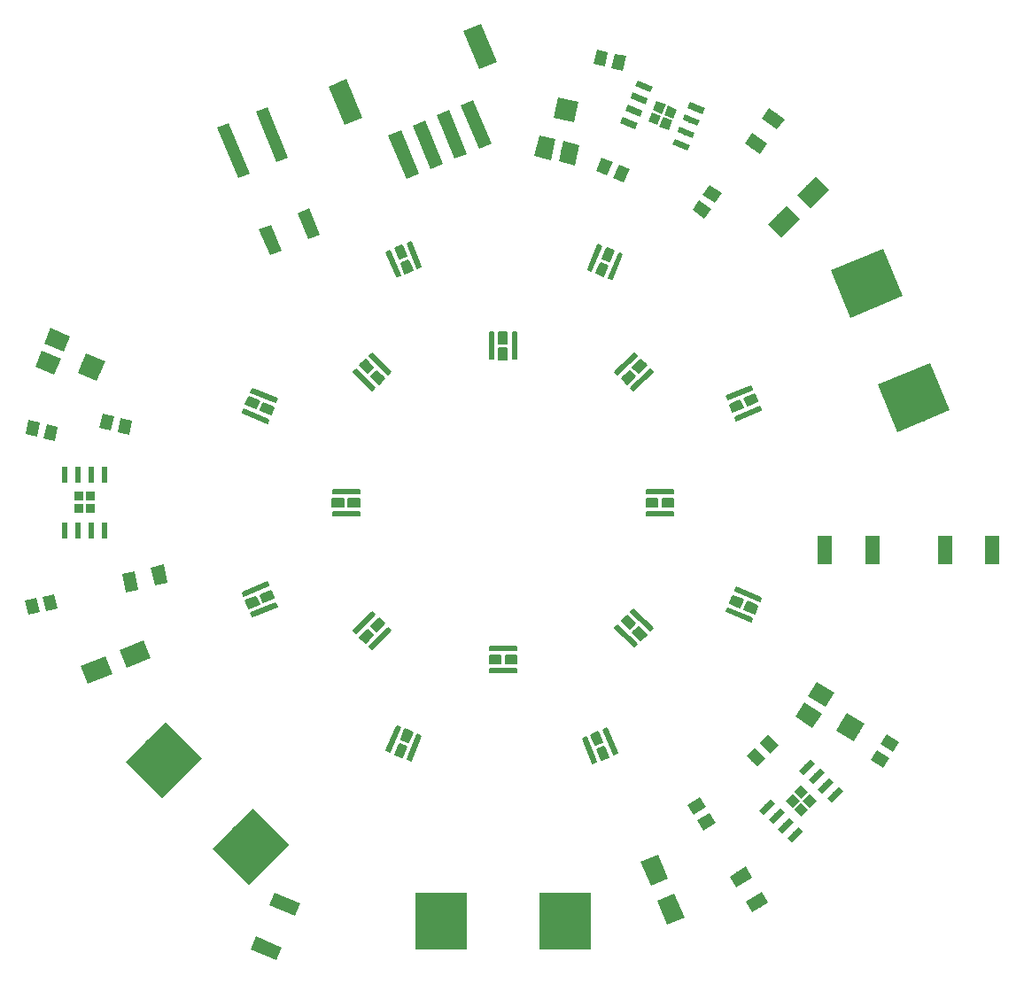
<source format=gbr>
G04 #@! TF.GenerationSoftware,KiCad,Pcbnew,(5.0.0-rc3-dev)*
G04 #@! TF.CreationDate,2018-07-06T19:52:13+00:00*
G04 #@! TF.ProjectId,Astroplant_LED,417374726F706C616E745F4C45442E6B,rev?*
G04 #@! TF.SameCoordinates,Original*
G04 #@! TF.FileFunction,Paste,Top*
G04 #@! TF.FilePolarity,Positive*
%FSLAX46Y46*%
G04 Gerber Fmt 4.6, Leading zero omitted, Abs format (unit mm)*
G04 Created by KiCad (PCBNEW (5.0.0-rc3-dev)) date Fri Jul  6 19:52:13 2018*
%MOMM*%
%LPD*%
G01*
G04 APERTURE LIST*
%ADD10C,0.150000*%
%ADD11C,1.600000*%
%ADD12C,0.100000*%
%ADD13C,2.000000*%
%ADD14C,0.600000*%
%ADD15C,0.950000*%
%ADD16R,0.600000X1.550000*%
%ADD17R,0.950000X0.950000*%
%ADD18C,1.120000*%
%ADD19C,4.900000*%
%ADD20C,1.800000*%
%ADD21C,1.220000*%
%ADD22R,4.900000X5.400000*%
%ADD23R,1.320000X2.700000*%
%ADD24C,1.320000*%
%ADD25C,1.300000*%
%ADD26C,1.200000*%
G04 APERTURE END LIST*
D10*
G04 #@! TO.C,D18*
G36*
X114285445Y-87482322D02*
X112482322Y-89285445D01*
X112234835Y-89037957D01*
X114037957Y-87234835D01*
X114285445Y-87482322D01*
G37*
X114285445Y-87482322D02*
X112482322Y-89285445D01*
X112234835Y-89037957D01*
X114037957Y-87234835D01*
X114285445Y-87482322D01*
G36*
X112765165Y-85962043D02*
X110962043Y-87765165D01*
X110714555Y-87517678D01*
X112517678Y-85714555D01*
X112765165Y-85962043D01*
G37*
X112765165Y-85962043D02*
X110962043Y-87765165D01*
X110714555Y-87517678D01*
X112517678Y-85714555D01*
X112765165Y-85962043D01*
G36*
X113684404Y-86845926D02*
X113154074Y-86315596D01*
X112393934Y-87075736D01*
X112924264Y-87606066D01*
X113684404Y-86845926D01*
G37*
X113684404Y-86845926D02*
X113154074Y-86315596D01*
X112393934Y-87075736D01*
X112924264Y-87606066D01*
X113684404Y-86845926D01*
G36*
X112606066Y-87924264D02*
X112075736Y-87393934D01*
X111315596Y-88154074D01*
X111845926Y-88684404D01*
X112606066Y-87924264D01*
G37*
X112606066Y-87924264D02*
X112075736Y-87393934D01*
X111315596Y-88154074D01*
X111845926Y-88684404D01*
X112606066Y-87924264D01*
G04 #@! TO.C,D19*
G36*
X112517678Y-113785445D02*
X110714555Y-111982322D01*
X110962043Y-111734835D01*
X112765165Y-113537957D01*
X112517678Y-113785445D01*
G37*
X112517678Y-113785445D02*
X110714555Y-111982322D01*
X110962043Y-111734835D01*
X112765165Y-113537957D01*
X112517678Y-113785445D01*
G36*
X114037957Y-112265165D02*
X112234835Y-110462043D01*
X112482322Y-110214555D01*
X114285445Y-112017678D01*
X114037957Y-112265165D01*
G37*
X114037957Y-112265165D02*
X112234835Y-110462043D01*
X112482322Y-110214555D01*
X114285445Y-112017678D01*
X114037957Y-112265165D01*
G36*
X113154074Y-113184404D02*
X113684404Y-112654074D01*
X112924264Y-111893934D01*
X112393934Y-112424264D01*
X113154074Y-113184404D01*
G37*
X113154074Y-113184404D02*
X113684404Y-112654074D01*
X112924264Y-111893934D01*
X112393934Y-112424264D01*
X113154074Y-113184404D01*
G36*
X112075736Y-112106066D02*
X112606066Y-111575736D01*
X111845926Y-110815596D01*
X111315596Y-111345926D01*
X112075736Y-112106066D01*
G37*
X112075736Y-112106066D02*
X112606066Y-111575736D01*
X111845926Y-110815596D01*
X111315596Y-111345926D01*
X112075736Y-112106066D01*
G04 #@! TO.C,D16*
G36*
X85714555Y-112267678D02*
X87517678Y-110464555D01*
X87765165Y-110712043D01*
X85962043Y-112515165D01*
X85714555Y-112267678D01*
G37*
X85714555Y-112267678D02*
X87517678Y-110464555D01*
X87765165Y-110712043D01*
X85962043Y-112515165D01*
X85714555Y-112267678D01*
G36*
X87234835Y-113787957D02*
X89037957Y-111984835D01*
X89285445Y-112232322D01*
X87482322Y-114035445D01*
X87234835Y-113787957D01*
G37*
X87234835Y-113787957D02*
X89037957Y-111984835D01*
X89285445Y-112232322D01*
X87482322Y-114035445D01*
X87234835Y-113787957D01*
G36*
X86315596Y-112904074D02*
X86845926Y-113434404D01*
X87606066Y-112674264D01*
X87075736Y-112143934D01*
X86315596Y-112904074D01*
G37*
X86315596Y-112904074D02*
X86845926Y-113434404D01*
X87606066Y-112674264D01*
X87075736Y-112143934D01*
X86315596Y-112904074D01*
G36*
X87393934Y-111825736D02*
X87924264Y-112356066D01*
X88684404Y-111595926D01*
X88154074Y-111065596D01*
X87393934Y-111825736D01*
G37*
X87393934Y-111825736D02*
X87924264Y-112356066D01*
X88684404Y-111595926D01*
X88154074Y-111065596D01*
X87393934Y-111825736D01*
G04 #@! TO.C,D14*
G36*
X101250000Y-83725000D02*
X101250000Y-86275000D01*
X100900000Y-86275000D01*
X100900000Y-83725000D01*
X101250000Y-83725000D01*
G37*
X101250000Y-83725000D02*
X101250000Y-86275000D01*
X100900000Y-86275000D01*
X100900000Y-83725000D01*
X101250000Y-83725000D01*
G36*
X99100000Y-83725000D02*
X99100000Y-86275000D01*
X98750000Y-86275000D01*
X98750000Y-83725000D01*
X99100000Y-83725000D01*
G37*
X99100000Y-83725000D02*
X99100000Y-86275000D01*
X98750000Y-86275000D01*
X98750000Y-83725000D01*
X99100000Y-83725000D01*
G36*
X100375000Y-83700000D02*
X99625000Y-83700000D01*
X99625000Y-84775000D01*
X100375000Y-84775000D01*
X100375000Y-83700000D01*
G37*
X100375000Y-83700000D02*
X99625000Y-83700000D01*
X99625000Y-84775000D01*
X100375000Y-84775000D01*
X100375000Y-83700000D01*
G36*
X100375000Y-85225000D02*
X99625000Y-85225000D01*
X99625000Y-86300000D01*
X100375000Y-86300000D01*
X100375000Y-85225000D01*
G37*
X100375000Y-85225000D02*
X99625000Y-85225000D01*
X99625000Y-86300000D01*
X100375000Y-86300000D01*
X100375000Y-85225000D01*
G04 #@! TO.C,D13*
G36*
X83725000Y-98750000D02*
X86275000Y-98750000D01*
X86275000Y-99100000D01*
X83725000Y-99100000D01*
X83725000Y-98750000D01*
G37*
X83725000Y-98750000D02*
X86275000Y-98750000D01*
X86275000Y-99100000D01*
X83725000Y-99100000D01*
X83725000Y-98750000D01*
G36*
X83725000Y-100900000D02*
X86275000Y-100900000D01*
X86275000Y-101250000D01*
X83725000Y-101250000D01*
X83725000Y-100900000D01*
G37*
X83725000Y-100900000D02*
X86275000Y-100900000D01*
X86275000Y-101250000D01*
X83725000Y-101250000D01*
X83725000Y-100900000D01*
G36*
X83700000Y-99625000D02*
X83700000Y-100375000D01*
X84775000Y-100375000D01*
X84775000Y-99625000D01*
X83700000Y-99625000D01*
G37*
X83700000Y-99625000D02*
X83700000Y-100375000D01*
X84775000Y-100375000D01*
X84775000Y-99625000D01*
X83700000Y-99625000D01*
G36*
X85225000Y-99625000D02*
X85225000Y-100375000D01*
X86300000Y-100375000D01*
X86300000Y-99625000D01*
X85225000Y-99625000D01*
G37*
X85225000Y-99625000D02*
X85225000Y-100375000D01*
X86300000Y-100375000D01*
X86300000Y-99625000D01*
X85225000Y-99625000D01*
G04 #@! TO.C,D9*
G36*
X108583072Y-124906301D02*
X107607229Y-122550408D01*
X107930587Y-122416469D01*
X108906430Y-124772361D01*
X108583072Y-124906301D01*
G37*
X108583072Y-124906301D02*
X107607229Y-122550408D01*
X107930587Y-122416469D01*
X108906430Y-124772361D01*
X108583072Y-124906301D01*
G36*
X110569413Y-124083531D02*
X109593570Y-121727639D01*
X109916928Y-121593699D01*
X110892771Y-123949592D01*
X110569413Y-124083531D01*
G37*
X110569413Y-124083531D02*
X109593570Y-121727639D01*
X109916928Y-121593699D01*
X110892771Y-123949592D01*
X110569413Y-124083531D01*
G36*
X109401034Y-124594550D02*
X110093943Y-124307537D01*
X109682559Y-123314367D01*
X108989649Y-123601379D01*
X109401034Y-124594550D01*
G37*
X109401034Y-124594550D02*
X110093943Y-124307537D01*
X109682559Y-123314367D01*
X108989649Y-123601379D01*
X109401034Y-124594550D01*
G36*
X108817441Y-123185633D02*
X109510351Y-122898621D01*
X109098966Y-121905450D01*
X108406057Y-122192463D01*
X108817441Y-123185633D01*
G37*
X108817441Y-123185633D02*
X109510351Y-122898621D01*
X109098966Y-121905450D01*
X108406057Y-122192463D01*
X108817441Y-123185633D01*
G04 #@! TO.C,D8*
G36*
X123699592Y-111392771D02*
X121343699Y-110416928D01*
X121477639Y-110093570D01*
X123833531Y-111069413D01*
X123699592Y-111392771D01*
G37*
X123699592Y-111392771D02*
X121343699Y-110416928D01*
X121477639Y-110093570D01*
X123833531Y-111069413D01*
X123699592Y-111392771D01*
G36*
X124522361Y-109406430D02*
X122166469Y-108430587D01*
X122300408Y-108107229D01*
X124656301Y-109083072D01*
X124522361Y-109406430D01*
G37*
X124522361Y-109406430D02*
X122166469Y-108430587D01*
X122300408Y-108107229D01*
X124656301Y-109083072D01*
X124522361Y-109406430D01*
G36*
X124057537Y-110593943D02*
X124344550Y-109901034D01*
X123351379Y-109489649D01*
X123064367Y-110182559D01*
X124057537Y-110593943D01*
G37*
X124057537Y-110593943D02*
X124344550Y-109901034D01*
X123351379Y-109489649D01*
X123064367Y-110182559D01*
X124057537Y-110593943D01*
G36*
X122648621Y-110010351D02*
X122935633Y-109317441D01*
X121942463Y-108906057D01*
X121655450Y-109598966D01*
X122648621Y-110010351D01*
G37*
X122648621Y-110010351D02*
X122935633Y-109317441D01*
X121942463Y-108906057D01*
X121655450Y-109598966D01*
X122648621Y-110010351D01*
G04 #@! TO.C,D7*
G36*
X124656301Y-91166928D02*
X122300408Y-92142771D01*
X122166469Y-91819413D01*
X124522361Y-90843570D01*
X124656301Y-91166928D01*
G37*
X124656301Y-91166928D02*
X122300408Y-92142771D01*
X122166469Y-91819413D01*
X124522361Y-90843570D01*
X124656301Y-91166928D01*
G36*
X123833531Y-89180587D02*
X121477639Y-90156430D01*
X121343699Y-89833072D01*
X123699592Y-88857229D01*
X123833531Y-89180587D01*
G37*
X123833531Y-89180587D02*
X121477639Y-90156430D01*
X121343699Y-89833072D01*
X123699592Y-88857229D01*
X123833531Y-89180587D01*
G36*
X124344550Y-90348966D02*
X124057537Y-89656057D01*
X123064367Y-90067441D01*
X123351379Y-90760351D01*
X124344550Y-90348966D01*
G37*
X124344550Y-90348966D02*
X124057537Y-89656057D01*
X123064367Y-90067441D01*
X123351379Y-90760351D01*
X124344550Y-90348966D01*
G36*
X122935633Y-90932559D02*
X122648621Y-90239649D01*
X121655450Y-90651034D01*
X121942463Y-91343943D01*
X122935633Y-90932559D01*
G37*
X122935633Y-90932559D02*
X122648621Y-90239649D01*
X121655450Y-90651034D01*
X121942463Y-91343943D01*
X122935633Y-90932559D01*
G04 #@! TO.C,D6*
G36*
X111392771Y-76300408D02*
X110416928Y-78656301D01*
X110093570Y-78522361D01*
X111069413Y-76166469D01*
X111392771Y-76300408D01*
G37*
X111392771Y-76300408D02*
X110416928Y-78656301D01*
X110093570Y-78522361D01*
X111069413Y-76166469D01*
X111392771Y-76300408D01*
G36*
X109406430Y-75477639D02*
X108430587Y-77833531D01*
X108107229Y-77699592D01*
X109083072Y-75343699D01*
X109406430Y-75477639D01*
G37*
X109406430Y-75477639D02*
X108430587Y-77833531D01*
X108107229Y-77699592D01*
X109083072Y-75343699D01*
X109406430Y-75477639D01*
G36*
X110593943Y-75942463D02*
X109901034Y-75655450D01*
X109489649Y-76648621D01*
X110182559Y-76935633D01*
X110593943Y-75942463D01*
G37*
X110593943Y-75942463D02*
X109901034Y-75655450D01*
X109489649Y-76648621D01*
X110182559Y-76935633D01*
X110593943Y-75942463D01*
G36*
X110010351Y-77351379D02*
X109317441Y-77064367D01*
X108906057Y-78057537D01*
X109598966Y-78344550D01*
X110010351Y-77351379D01*
G37*
X110010351Y-77351379D02*
X109317441Y-77064367D01*
X108906057Y-78057537D01*
X109598966Y-78344550D01*
X110010351Y-77351379D01*
G04 #@! TO.C,D5*
G36*
X91166928Y-75093699D02*
X92142771Y-77449592D01*
X91819413Y-77583531D01*
X90843570Y-75227639D01*
X91166928Y-75093699D01*
G37*
X91166928Y-75093699D02*
X92142771Y-77449592D01*
X91819413Y-77583531D01*
X90843570Y-75227639D01*
X91166928Y-75093699D01*
G36*
X89180587Y-75916469D02*
X90156430Y-78272361D01*
X89833072Y-78406301D01*
X88857229Y-76050408D01*
X89180587Y-75916469D01*
G37*
X89180587Y-75916469D02*
X90156430Y-78272361D01*
X89833072Y-78406301D01*
X88857229Y-76050408D01*
X89180587Y-75916469D01*
G36*
X90348966Y-75405450D02*
X89656057Y-75692463D01*
X90067441Y-76685633D01*
X90760351Y-76398621D01*
X90348966Y-75405450D01*
G37*
X90348966Y-75405450D02*
X89656057Y-75692463D01*
X90067441Y-76685633D01*
X90760351Y-76398621D01*
X90348966Y-75405450D01*
G36*
X90932559Y-76814367D02*
X90239649Y-77101379D01*
X90651034Y-78094550D01*
X91343943Y-77807537D01*
X90932559Y-76814367D01*
G37*
X90932559Y-76814367D02*
X90239649Y-77101379D01*
X90651034Y-78094550D01*
X91343943Y-77807537D01*
X90932559Y-76814367D01*
G04 #@! TO.C,D4*
G36*
X76050408Y-89107229D02*
X78406301Y-90083072D01*
X78272361Y-90406430D01*
X75916469Y-89430587D01*
X76050408Y-89107229D01*
G37*
X76050408Y-89107229D02*
X78406301Y-90083072D01*
X78272361Y-90406430D01*
X75916469Y-89430587D01*
X76050408Y-89107229D01*
G36*
X75227639Y-91093570D02*
X77583531Y-92069413D01*
X77449592Y-92392771D01*
X75093699Y-91416928D01*
X75227639Y-91093570D01*
G37*
X75227639Y-91093570D02*
X77583531Y-92069413D01*
X77449592Y-92392771D01*
X75093699Y-91416928D01*
X75227639Y-91093570D01*
G36*
X75692463Y-89906057D02*
X75405450Y-90598966D01*
X76398621Y-91010351D01*
X76685633Y-90317441D01*
X75692463Y-89906057D01*
G37*
X75692463Y-89906057D02*
X75405450Y-90598966D01*
X76398621Y-91010351D01*
X76685633Y-90317441D01*
X75692463Y-89906057D01*
G36*
X77101379Y-90489649D02*
X76814367Y-91182559D01*
X77807537Y-91593943D01*
X78094550Y-90901034D01*
X77101379Y-90489649D01*
G37*
X77101379Y-90489649D02*
X76814367Y-91182559D01*
X77807537Y-91593943D01*
X78094550Y-90901034D01*
X77101379Y-90489649D01*
G04 #@! TO.C,D3*
G36*
X75093699Y-108583072D02*
X77449592Y-107607229D01*
X77583531Y-107930587D01*
X75227639Y-108906430D01*
X75093699Y-108583072D01*
G37*
X75093699Y-108583072D02*
X77449592Y-107607229D01*
X77583531Y-107930587D01*
X75227639Y-108906430D01*
X75093699Y-108583072D01*
G36*
X75916469Y-110569413D02*
X78272361Y-109593570D01*
X78406301Y-109916928D01*
X76050408Y-110892771D01*
X75916469Y-110569413D01*
G37*
X75916469Y-110569413D02*
X78272361Y-109593570D01*
X78406301Y-109916928D01*
X76050408Y-110892771D01*
X75916469Y-110569413D01*
G36*
X75405450Y-109401034D02*
X75692463Y-110093943D01*
X76685633Y-109682559D01*
X76398621Y-108989649D01*
X75405450Y-109401034D01*
G37*
X75405450Y-109401034D02*
X75692463Y-110093943D01*
X76685633Y-109682559D01*
X76398621Y-108989649D01*
X75405450Y-109401034D01*
G36*
X76814367Y-108817441D02*
X77101379Y-109510351D01*
X78094550Y-109098966D01*
X77807537Y-108406057D01*
X76814367Y-108817441D01*
G37*
X76814367Y-108817441D02*
X77101379Y-109510351D01*
X78094550Y-109098966D01*
X77807537Y-108406057D01*
X76814367Y-108817441D01*
G04 #@! TO.C,D2*
G36*
X88857229Y-123699592D02*
X89833072Y-121343699D01*
X90156430Y-121477639D01*
X89180587Y-123833531D01*
X88857229Y-123699592D01*
G37*
X88857229Y-123699592D02*
X89833072Y-121343699D01*
X90156430Y-121477639D01*
X89180587Y-123833531D01*
X88857229Y-123699592D01*
G36*
X90843570Y-124522361D02*
X91819413Y-122166469D01*
X92142771Y-122300408D01*
X91166928Y-124656301D01*
X90843570Y-124522361D01*
G37*
X90843570Y-124522361D02*
X91819413Y-122166469D01*
X92142771Y-122300408D01*
X91166928Y-124656301D01*
X90843570Y-124522361D01*
G36*
X89656057Y-124057537D02*
X90348966Y-124344550D01*
X90760351Y-123351379D01*
X90067441Y-123064367D01*
X89656057Y-124057537D01*
G37*
X89656057Y-124057537D02*
X90348966Y-124344550D01*
X90760351Y-123351379D01*
X90067441Y-123064367D01*
X89656057Y-124057537D01*
G36*
X90239649Y-122648621D02*
X90932559Y-122935633D01*
X91343943Y-121942463D01*
X90651034Y-121655450D01*
X90239649Y-122648621D01*
G37*
X90239649Y-122648621D02*
X90932559Y-122935633D01*
X91343943Y-121942463D01*
X90651034Y-121655450D01*
X90239649Y-122648621D01*
G04 #@! TO.C,D15*
G36*
X116275000Y-101250000D02*
X113725000Y-101250000D01*
X113725000Y-100900000D01*
X116275000Y-100900000D01*
X116275000Y-101250000D01*
G37*
X116275000Y-101250000D02*
X113725000Y-101250000D01*
X113725000Y-100900000D01*
X116275000Y-100900000D01*
X116275000Y-101250000D01*
G36*
X116275000Y-99100000D02*
X113725000Y-99100000D01*
X113725000Y-98750000D01*
X116275000Y-98750000D01*
X116275000Y-99100000D01*
G37*
X116275000Y-99100000D02*
X113725000Y-99100000D01*
X113725000Y-98750000D01*
X116275000Y-98750000D01*
X116275000Y-99100000D01*
G36*
X116300000Y-100375000D02*
X116300000Y-99625000D01*
X115225000Y-99625000D01*
X115225000Y-100375000D01*
X116300000Y-100375000D01*
G37*
X116300000Y-100375000D02*
X116300000Y-99625000D01*
X115225000Y-99625000D01*
X115225000Y-100375000D01*
X116300000Y-100375000D01*
G36*
X114775000Y-100375000D02*
X114775000Y-99625000D01*
X113700000Y-99625000D01*
X113700000Y-100375000D01*
X114775000Y-100375000D01*
G37*
X114775000Y-100375000D02*
X114775000Y-99625000D01*
X113700000Y-99625000D01*
X113700000Y-100375000D01*
X114775000Y-100375000D01*
G04 #@! TO.C,D17*
G36*
X87482322Y-85714555D02*
X89285445Y-87517678D01*
X89037957Y-87765165D01*
X87234835Y-85962043D01*
X87482322Y-85714555D01*
G37*
X87482322Y-85714555D02*
X89285445Y-87517678D01*
X89037957Y-87765165D01*
X87234835Y-85962043D01*
X87482322Y-85714555D01*
G36*
X85962043Y-87234835D02*
X87765165Y-89037957D01*
X87517678Y-89285445D01*
X85714555Y-87482322D01*
X85962043Y-87234835D01*
G37*
X85962043Y-87234835D02*
X87765165Y-89037957D01*
X87517678Y-89285445D01*
X85714555Y-87482322D01*
X85962043Y-87234835D01*
G36*
X86845926Y-86315596D02*
X86315596Y-86845926D01*
X87075736Y-87606066D01*
X87606066Y-87075736D01*
X86845926Y-86315596D01*
G37*
X86845926Y-86315596D02*
X86315596Y-86845926D01*
X87075736Y-87606066D01*
X87606066Y-87075736D01*
X86845926Y-86315596D01*
G36*
X87924264Y-87393934D02*
X87393934Y-87924264D01*
X88154074Y-88684404D01*
X88684404Y-88154074D01*
X87924264Y-87393934D01*
G37*
X87924264Y-87393934D02*
X87393934Y-87924264D01*
X88154074Y-88684404D01*
X88684404Y-88154074D01*
X87924264Y-87393934D01*
G04 #@! TO.C,D12*
G36*
X98725000Y-113750000D02*
X101275000Y-113750000D01*
X101275000Y-114100000D01*
X98725000Y-114100000D01*
X98725000Y-113750000D01*
G37*
X98725000Y-113750000D02*
X101275000Y-113750000D01*
X101275000Y-114100000D01*
X98725000Y-114100000D01*
X98725000Y-113750000D01*
G36*
X98725000Y-115900000D02*
X101275000Y-115900000D01*
X101275000Y-116250000D01*
X98725000Y-116250000D01*
X98725000Y-115900000D01*
G37*
X98725000Y-115900000D02*
X101275000Y-115900000D01*
X101275000Y-116250000D01*
X98725000Y-116250000D01*
X98725000Y-115900000D01*
G36*
X98700000Y-114625000D02*
X98700000Y-115375000D01*
X99775000Y-115375000D01*
X99775000Y-114625000D01*
X98700000Y-114625000D01*
G37*
X98700000Y-114625000D02*
X98700000Y-115375000D01*
X99775000Y-115375000D01*
X99775000Y-114625000D01*
X98700000Y-114625000D01*
G36*
X100225000Y-114625000D02*
X100225000Y-115375000D01*
X101300000Y-115375000D01*
X101300000Y-114625000D01*
X100225000Y-114625000D01*
G37*
X100225000Y-114625000D02*
X100225000Y-115375000D01*
X101300000Y-115375000D01*
X101300000Y-114625000D01*
X100225000Y-114625000D01*
G04 #@! TD*
D11*
G04 #@! TO.C,RV1*
X104014056Y-66092749D03*
D12*
G36*
X103013782Y-66892407D02*
X103453475Y-64941337D01*
X105014330Y-65293091D01*
X104574637Y-67244161D01*
X103013782Y-66892407D01*
X103013782Y-66892407D01*
G37*
D11*
X106306561Y-66609388D03*
D12*
G36*
X105306287Y-67409046D02*
X105745980Y-65457976D01*
X107306835Y-65809730D01*
X106867142Y-67760800D01*
X105306287Y-67409046D01*
X105306287Y-67409046D01*
G37*
D13*
X106039692Y-62448931D03*
D12*
G36*
X104844311Y-63204619D02*
X105284004Y-61253550D01*
X107235073Y-61693243D01*
X106795380Y-63644312D01*
X104844311Y-63204619D01*
X104844311Y-63204619D01*
G37*
G04 #@! TD*
D11*
G04 #@! TO.C,RV2*
X57401895Y-84449076D03*
D12*
G36*
X56784162Y-83327289D02*
X58631921Y-84092656D01*
X58019628Y-85570863D01*
X56171869Y-84805496D01*
X56784162Y-83327289D01*
X56784162Y-83327289D01*
G37*
D11*
X56502588Y-86620192D03*
D12*
G36*
X55884855Y-85498405D02*
X57732614Y-86263772D01*
X57120321Y-87741979D01*
X55272562Y-86976612D01*
X55884855Y-85498405D01*
X55884855Y-85498405D01*
G37*
D13*
X60647759Y-87065367D03*
D12*
G36*
X60106563Y-85758804D02*
X61954322Y-86524171D01*
X61188955Y-88371930D01*
X59341196Y-87606563D01*
X60106563Y-85758804D01*
X60106563Y-85758804D01*
G37*
G04 #@! TD*
D11*
G04 #@! TO.C,RV3*
X130437341Y-118338114D03*
D12*
G36*
X130019561Y-117127552D02*
X131710085Y-118196257D01*
X130855121Y-119548676D01*
X129164597Y-118479971D01*
X130019561Y-117127552D01*
X130019561Y-117127552D01*
G37*
D11*
X129181612Y-120324478D03*
D12*
G36*
X128763832Y-119113916D02*
X130454356Y-120182621D01*
X129599392Y-121535040D01*
X127908868Y-120466335D01*
X128763832Y-119113916D01*
X128763832Y-119113916D01*
G37*
D13*
X133190524Y-121468705D03*
D12*
G36*
X132879615Y-120089091D02*
X134570138Y-121157796D01*
X133501433Y-122848319D01*
X131810910Y-121779614D01*
X132879615Y-120089091D01*
X132879615Y-120089091D01*
G37*
G04 #@! TD*
D14*
G04 #@! TO.C,U3*
X131756227Y-127937850D03*
D12*
G36*
X132092103Y-127177710D02*
X132516367Y-127601974D01*
X131420351Y-128697990D01*
X130996087Y-128273726D01*
X132092103Y-127177710D01*
X132092103Y-127177710D01*
G37*
D14*
X130858201Y-127039824D03*
D12*
G36*
X131194077Y-126279684D02*
X131618341Y-126703948D01*
X130522325Y-127799964D01*
X130098061Y-127375700D01*
X131194077Y-126279684D01*
X131194077Y-126279684D01*
G37*
D14*
X129960176Y-126141799D03*
D12*
G36*
X130296052Y-125381659D02*
X130720316Y-125805923D01*
X129624300Y-126901939D01*
X129200036Y-126477675D01*
X130296052Y-125381659D01*
X130296052Y-125381659D01*
G37*
D14*
X129062150Y-125243773D03*
D12*
G36*
X129398026Y-124483633D02*
X129822290Y-124907897D01*
X128726274Y-126003913D01*
X128302010Y-125579649D01*
X129398026Y-124483633D01*
X129398026Y-124483633D01*
G37*
D14*
X125243773Y-129062150D03*
D12*
G36*
X125579649Y-128302010D02*
X126003913Y-128726274D01*
X124907897Y-129822290D01*
X124483633Y-129398026D01*
X125579649Y-128302010D01*
X125579649Y-128302010D01*
G37*
D14*
X126141799Y-129960176D03*
D12*
G36*
X126477675Y-129200036D02*
X126901939Y-129624300D01*
X125805923Y-130720316D01*
X125381659Y-130296052D01*
X126477675Y-129200036D01*
X126477675Y-129200036D01*
G37*
D14*
X127039824Y-130858201D03*
D12*
G36*
X127375700Y-130098061D02*
X127799964Y-130522325D01*
X126703948Y-131618341D01*
X126279684Y-131194077D01*
X127375700Y-130098061D01*
X127375700Y-130098061D01*
G37*
D14*
X127937850Y-131756227D03*
D12*
G36*
X128273726Y-130996087D02*
X128697990Y-131420351D01*
X127601974Y-132516367D01*
X127177710Y-132092103D01*
X128273726Y-130996087D01*
X128273726Y-130996087D01*
G37*
D15*
X127669150Y-128500000D03*
D12*
G36*
X127669150Y-127828249D02*
X128340901Y-128500000D01*
X127669150Y-129171751D01*
X126997399Y-128500000D01*
X127669150Y-127828249D01*
X127669150Y-127828249D01*
G37*
D15*
X128500000Y-127669150D03*
D12*
G36*
X128500000Y-126997399D02*
X129171751Y-127669150D01*
X128500000Y-128340901D01*
X127828249Y-127669150D01*
X128500000Y-126997399D01*
X128500000Y-126997399D01*
G37*
D15*
X129330850Y-128500000D03*
D12*
G36*
X129330850Y-127828249D02*
X130002601Y-128500000D01*
X129330850Y-129171751D01*
X128659099Y-128500000D01*
X129330850Y-127828249D01*
X129330850Y-127828249D01*
G37*
D15*
X128500000Y-129330850D03*
D12*
G36*
X128500000Y-128659099D02*
X129171751Y-129330850D01*
X128500000Y-130002601D01*
X127828249Y-129330850D01*
X128500000Y-128659099D01*
X128500000Y-128659099D01*
G37*
G04 #@! TD*
D16*
G04 #@! TO.C,U2*
X61905000Y-97300000D03*
X60635000Y-97300000D03*
X59365000Y-97300000D03*
X58095000Y-97300000D03*
X58095000Y-102700000D03*
X59365000Y-102700000D03*
X60635000Y-102700000D03*
X61905000Y-102700000D03*
D17*
X59412500Y-100587500D03*
X59412500Y-99412500D03*
X60587500Y-99412500D03*
X60587500Y-100587500D03*
G04 #@! TD*
D14*
G04 #@! TO.C,U1*
X113484537Y-60206764D03*
D12*
G36*
X112653725Y-60187348D02*
X112883335Y-59633020D01*
X114315349Y-60226180D01*
X114085739Y-60780508D01*
X112653725Y-60187348D01*
X112653725Y-60187348D01*
G37*
D14*
X112998529Y-61380091D03*
D12*
G36*
X112167717Y-61360675D02*
X112397327Y-60806347D01*
X113829341Y-61399507D01*
X113599731Y-61953835D01*
X112167717Y-61360675D01*
X112167717Y-61360675D01*
G37*
D14*
X112512521Y-62553418D03*
D12*
G36*
X111681709Y-62534002D02*
X111911319Y-61979674D01*
X113343333Y-62572834D01*
X113113723Y-63127162D01*
X111681709Y-62534002D01*
X111681709Y-62534002D01*
G37*
D14*
X112026513Y-63726745D03*
D12*
G36*
X111195701Y-63707329D02*
X111425311Y-63153001D01*
X112857325Y-63746161D01*
X112627715Y-64300489D01*
X111195701Y-63707329D01*
X111195701Y-63707329D01*
G37*
D14*
X117015463Y-65793236D03*
D12*
G36*
X116184651Y-65773820D02*
X116414261Y-65219492D01*
X117846275Y-65812652D01*
X117616665Y-66366980D01*
X116184651Y-65773820D01*
X116184651Y-65773820D01*
G37*
D14*
X117501471Y-64619909D03*
D12*
G36*
X116670659Y-64600493D02*
X116900269Y-64046165D01*
X118332283Y-64639325D01*
X118102673Y-65193653D01*
X116670659Y-64600493D01*
X116670659Y-64600493D01*
G37*
D14*
X117987479Y-63446582D03*
D12*
G36*
X117156667Y-63427166D02*
X117386277Y-62872838D01*
X118818291Y-63465998D01*
X118588681Y-64020326D01*
X117156667Y-63427166D01*
X117156667Y-63427166D01*
G37*
D14*
X118473487Y-62273255D03*
D12*
G36*
X117642675Y-62253839D02*
X117872285Y-61699511D01*
X119304299Y-62292671D01*
X119074689Y-62846999D01*
X117642675Y-62253839D01*
X117642675Y-62253839D01*
G37*
D15*
X115567953Y-63767606D03*
D12*
G36*
X114947336Y-64024674D02*
X115310885Y-63146989D01*
X116188570Y-63510538D01*
X115825021Y-64388223D01*
X114947336Y-64024674D01*
X114947336Y-64024674D01*
G37*
D15*
X114482394Y-63317953D03*
D12*
G36*
X113861777Y-63575021D02*
X114225326Y-62697336D01*
X115103011Y-63060885D01*
X114739462Y-63938570D01*
X113861777Y-63575021D01*
X113861777Y-63575021D01*
G37*
D15*
X114932047Y-62232394D03*
D12*
G36*
X114311430Y-62489462D02*
X114674979Y-61611777D01*
X115552664Y-61975326D01*
X115189115Y-62853011D01*
X114311430Y-62489462D01*
X114311430Y-62489462D01*
G37*
D15*
X116017606Y-62682047D03*
D12*
G36*
X115396989Y-62939115D02*
X115760538Y-62061430D01*
X116638223Y-62424979D01*
X116274674Y-63302664D01*
X115396989Y-62939115D01*
X115396989Y-62939115D01*
G37*
G04 #@! TD*
D18*
G04 #@! TO.C,R6*
X118529770Y-129006170D03*
D12*
G36*
X119420691Y-129105470D02*
X118237324Y-129853563D01*
X117638849Y-128906870D01*
X118822216Y-128158777D01*
X119420691Y-129105470D01*
X119420691Y-129105470D01*
G37*
D18*
X119470230Y-130493830D03*
D12*
G36*
X120361151Y-130593130D02*
X119177784Y-131341223D01*
X118579309Y-130394530D01*
X119762676Y-129646437D01*
X120361151Y-130593130D01*
X120361151Y-130593130D01*
G37*
G04 #@! TD*
D18*
G04 #@! TO.C,R5*
X124177746Y-124322254D03*
D12*
G36*
X124078751Y-123431299D02*
X125068701Y-124421249D01*
X124276741Y-125213209D01*
X123286791Y-124223259D01*
X124078751Y-123431299D01*
X124078751Y-123431299D01*
G37*
D18*
X125422254Y-123077746D03*
D12*
G36*
X125323259Y-122186791D02*
X126313209Y-123176741D01*
X125521249Y-123968701D01*
X124531299Y-122978751D01*
X125323259Y-122186791D01*
X125323259Y-122186791D01*
G37*
G04 #@! TD*
D18*
G04 #@! TO.C,R4*
X55000000Y-109943465D03*
D12*
G36*
X55392407Y-109137477D02*
X55700192Y-110503225D01*
X54607593Y-110749453D01*
X54299808Y-109383705D01*
X55392407Y-109137477D01*
X55392407Y-109137477D01*
G37*
D18*
X56716940Y-109556535D03*
D12*
G36*
X57109347Y-108750547D02*
X57417132Y-110116295D01*
X56324533Y-110362523D01*
X56016748Y-108996775D01*
X57109347Y-108750547D01*
X57109347Y-108750547D01*
G37*
G04 #@! TD*
D18*
G04 #@! TO.C,R3*
X56758470Y-93293465D03*
D12*
G36*
X56058278Y-93853225D02*
X56366063Y-92487477D01*
X57458662Y-92733705D01*
X57150877Y-94099453D01*
X56058278Y-93853225D01*
X56058278Y-93853225D01*
G37*
D18*
X55041530Y-92906535D03*
D12*
G36*
X54341338Y-93466295D02*
X54649123Y-92100547D01*
X55741722Y-92346775D01*
X55433937Y-93712523D01*
X54341338Y-93466295D01*
X54341338Y-93466295D01*
G37*
G04 #@! TD*
D18*
G04 #@! TO.C,R2*
X119004097Y-71976966D03*
D12*
G36*
X118741403Y-71119883D02*
X119897940Y-71908819D01*
X119266791Y-72834049D01*
X118110254Y-72045113D01*
X118741403Y-71119883D01*
X118741403Y-71119883D01*
G37*
D18*
X119995903Y-70523034D03*
D12*
G36*
X119733209Y-69665951D02*
X120889746Y-70454887D01*
X120258597Y-71380117D01*
X119102060Y-70591181D01*
X119733209Y-69665951D01*
X119733209Y-69665951D01*
G37*
G04 #@! TD*
D18*
G04 #@! TO.C,R1*
X111313014Y-68536761D03*
D12*
G36*
X110527763Y-68969174D02*
X111063520Y-67675743D01*
X112098265Y-68104348D01*
X111562508Y-69397779D01*
X110527763Y-68969174D01*
X110527763Y-68969174D01*
G37*
D18*
X109686986Y-67863239D03*
D12*
G36*
X108901735Y-68295652D02*
X109437492Y-67002221D01*
X110472237Y-67430826D01*
X109936480Y-68724257D01*
X108901735Y-68295652D01*
X108901735Y-68295652D01*
G37*
G04 #@! TD*
D19*
G04 #@! TO.C,L2*
X67578070Y-124578070D03*
D12*
G36*
X71219670Y-124401293D02*
X67401293Y-128219670D01*
X63936470Y-124754847D01*
X67754847Y-120936470D01*
X71219670Y-124401293D01*
X71219670Y-124401293D01*
G37*
D19*
X75921930Y-132921930D03*
D12*
G36*
X79563530Y-132745153D02*
X75745153Y-136563530D01*
X72280330Y-133098707D01*
X76098707Y-129280330D01*
X79563530Y-132745153D01*
X79563530Y-132745153D01*
G37*
G04 #@! TD*
D20*
G04 #@! TO.C,D11*
X114484633Y-135152241D03*
D12*
G36*
X115794479Y-135962675D02*
X114131496Y-136651506D01*
X113174787Y-134341807D01*
X114837770Y-133652976D01*
X115794479Y-135962675D01*
X115794479Y-135962675D01*
G37*
D20*
X116015367Y-138847759D03*
D12*
G36*
X117325213Y-139658193D02*
X115662230Y-140347024D01*
X114705521Y-138037325D01*
X116368504Y-137348494D01*
X117325213Y-139658193D01*
X117325213Y-139658193D01*
G37*
G04 #@! TD*
D20*
G04 #@! TO.C,D10*
X61152241Y-116015367D03*
D12*
G36*
X61962675Y-114705521D02*
X62651506Y-116368504D01*
X60341807Y-117325213D01*
X59652976Y-115662230D01*
X61962675Y-114705521D01*
X61962675Y-114705521D01*
G37*
D20*
X64847759Y-114484633D03*
D12*
G36*
X65658193Y-113174787D02*
X66347024Y-114837770D01*
X64037325Y-115794479D01*
X63348494Y-114131496D01*
X65658193Y-113174787D01*
X65658193Y-113174787D01*
G37*
G04 #@! TD*
D20*
G04 #@! TO.C,D1*
X126835786Y-73164214D03*
D12*
G36*
X127083273Y-71643934D02*
X128356066Y-72916727D01*
X126588299Y-74684494D01*
X125315506Y-73411701D01*
X127083273Y-71643934D01*
X127083273Y-71643934D01*
G37*
D20*
X129664214Y-70335786D03*
D12*
G36*
X129911701Y-68815506D02*
X131184494Y-70088299D01*
X129416727Y-71856066D01*
X128143934Y-70583273D01*
X129911701Y-68815506D01*
X129911701Y-68815506D01*
G37*
G04 #@! TD*
D21*
G04 #@! TO.C,C6*
X124264124Y-138208724D03*
D12*
G36*
X123177433Y-138174031D02*
X124698905Y-137212197D01*
X125350815Y-138243417D01*
X123829343Y-139205251D01*
X123177433Y-138174031D01*
X123177433Y-138174031D01*
G37*
D21*
X122735876Y-135791276D03*
D12*
G36*
X121649185Y-135756583D02*
X123170657Y-134794749D01*
X123822567Y-135825969D01*
X122301095Y-136787803D01*
X121649185Y-135756583D01*
X121649185Y-135756583D01*
G37*
G04 #@! TD*
D21*
G04 #@! TO.C,C5*
X67145014Y-106935620D03*
D12*
G36*
X66747800Y-107947707D02*
X66352076Y-106191745D01*
X67542228Y-105923533D01*
X67937952Y-107679495D01*
X66747800Y-107947707D01*
X66747800Y-107947707D01*
G37*
D21*
X64354986Y-107564380D03*
D12*
G36*
X63957772Y-108576467D02*
X63562048Y-106820505D01*
X64752200Y-106552293D01*
X65147924Y-108308255D01*
X63957772Y-108576467D01*
X63957772Y-108576467D01*
G37*
G04 #@! TD*
D18*
G04 #@! TO.C,C4*
X136970230Y-123006170D03*
D12*
G36*
X137262676Y-123853563D02*
X136079309Y-123105470D01*
X136677784Y-122158777D01*
X137861151Y-122906870D01*
X137262676Y-123853563D01*
X137262676Y-123853563D01*
G37*
D18*
X136029770Y-124493830D03*
D12*
G36*
X136322216Y-125341223D02*
X135138849Y-124593130D01*
X135737324Y-123646437D01*
X136920691Y-124394530D01*
X136322216Y-125341223D01*
X136322216Y-125341223D01*
G37*
G04 #@! TD*
D18*
G04 #@! TO.C,C3*
X62141530Y-92306535D03*
D12*
G36*
X62841722Y-91746775D02*
X62533937Y-93112523D01*
X61441338Y-92866295D01*
X61749123Y-91500547D01*
X62841722Y-91746775D01*
X62841722Y-91746775D01*
G37*
D18*
X63858470Y-92693465D03*
D12*
G36*
X64558662Y-92133705D02*
X64250877Y-93499453D01*
X63158278Y-93253225D01*
X63466063Y-91887477D01*
X64558662Y-92133705D01*
X64558662Y-92133705D01*
G37*
G04 #@! TD*
D21*
G04 #@! TO.C,C2*
X125824298Y-63331483D03*
D12*
G36*
X126208105Y-64348730D02*
X124737244Y-63311152D01*
X125440491Y-62314236D01*
X126911352Y-63351814D01*
X126208105Y-64348730D01*
X126208105Y-64348730D01*
G37*
D21*
X124175702Y-65668517D03*
D12*
G36*
X124559509Y-66685764D02*
X123088648Y-65648186D01*
X123791895Y-64651270D01*
X125262756Y-65688848D01*
X124559509Y-66685764D01*
X124559509Y-66685764D01*
G37*
G04 #@! TD*
D18*
G04 #@! TO.C,C1*
X109341530Y-57506535D03*
D12*
G36*
X110041722Y-56946775D02*
X109733937Y-58312523D01*
X108641338Y-58066295D01*
X108949123Y-56700547D01*
X110041722Y-56946775D01*
X110041722Y-56946775D01*
G37*
D18*
X111058470Y-57893465D03*
D12*
G36*
X111758662Y-57333705D02*
X111450877Y-58699453D01*
X110358278Y-58453225D01*
X110666063Y-57087477D01*
X111758662Y-57333705D01*
X111758662Y-57333705D01*
G37*
G04 #@! TD*
D22*
G04 #@! TO.C,L3*
X105900000Y-140000000D03*
X94100000Y-140000000D03*
G04 #@! TD*
D19*
G04 #@! TO.C,L1*
X134742168Y-79049111D03*
D12*
G36*
X138174217Y-80279371D02*
X133185268Y-82345861D01*
X131310119Y-77818851D01*
X136299068Y-75752361D01*
X138174217Y-80279371D01*
X138174217Y-80279371D01*
G37*
D19*
X139257832Y-89950889D03*
D12*
G36*
X142689881Y-91181149D02*
X137700932Y-93247639D01*
X135825783Y-88720629D01*
X140814732Y-86654139D01*
X142689881Y-91181149D01*
X142689881Y-91181149D01*
G37*
G04 #@! TD*
D23*
G04 #@! TO.C,R7*
X142220000Y-104500000D03*
X146780000Y-104500000D03*
G04 #@! TD*
D24*
G04 #@! TO.C,R8*
X77377482Y-142606445D03*
D12*
G36*
X76382816Y-141480062D02*
X78877290Y-142513307D01*
X78372148Y-143732828D01*
X75877674Y-142699583D01*
X76382816Y-141480062D01*
X76382816Y-141480062D01*
G37*
D24*
X79122518Y-138393555D03*
D12*
G36*
X78127852Y-137267172D02*
X80622326Y-138300417D01*
X80117184Y-139519938D01*
X77622710Y-138486693D01*
X78127852Y-137267172D01*
X78127852Y-137267172D01*
G37*
G04 #@! TD*
D23*
G04 #@! TO.C,R9*
X130720000Y-104500000D03*
X135280000Y-104500000D03*
G04 #@! TD*
D20*
G04 #@! TO.C,J2*
X84954933Y-61722644D03*
D12*
G36*
X85021058Y-59530470D02*
X86551791Y-63225988D01*
X84888808Y-63914818D01*
X83358075Y-60219300D01*
X85021058Y-59530470D01*
X85021058Y-59530470D01*
G37*
D20*
X97796858Y-56403344D03*
D12*
G36*
X97862983Y-54211170D02*
X99393716Y-57906688D01*
X97730733Y-58595518D01*
X96200000Y-54900000D01*
X97862983Y-54211170D01*
X97862983Y-54211170D01*
G37*
D25*
X90494461Y-66734244D03*
D12*
G36*
X90233945Y-64406771D02*
X91956020Y-68564229D01*
X90754977Y-69061717D01*
X89032902Y-64904259D01*
X90233945Y-64406771D01*
X90233945Y-64406771D01*
G37*
D25*
X92804159Y-65777535D03*
D12*
G36*
X92543643Y-63450062D02*
X94265718Y-67607520D01*
X93064675Y-68105008D01*
X91342600Y-63947550D01*
X92543643Y-63450062D01*
X92543643Y-63450062D01*
G37*
D25*
X95113858Y-64820826D03*
D12*
G36*
X94853342Y-62493353D02*
X96575417Y-66650811D01*
X95374374Y-67148299D01*
X93652299Y-62990841D01*
X94853342Y-62493353D01*
X94853342Y-62493353D01*
G37*
D25*
X97423556Y-63864118D03*
D12*
G36*
X97163040Y-61536645D02*
X98885115Y-65694103D01*
X97684072Y-66191591D01*
X95961997Y-62034133D01*
X97163040Y-61536645D01*
X97163040Y-61536645D01*
G37*
G04 #@! TD*
D26*
G04 #@! TO.C,J1*
X77754184Y-74900527D03*
D12*
G36*
X77716479Y-76377374D02*
X76683234Y-73882900D01*
X77791889Y-73423680D01*
X78825134Y-75918154D01*
X77716479Y-76377374D01*
X77716479Y-76377374D01*
G37*
D26*
X81449702Y-73369794D03*
D12*
G36*
X81411997Y-74846641D02*
X80378752Y-72352167D01*
X81487407Y-71892947D01*
X82520652Y-74387421D01*
X81411997Y-74846641D01*
X81411997Y-74846641D01*
G37*
D26*
X74214362Y-66354642D03*
D12*
G36*
X74655011Y-68986339D02*
X72665057Y-64182165D01*
X73773713Y-63722945D01*
X75763667Y-68527119D01*
X74655011Y-68986339D01*
X74655011Y-68986339D01*
G37*
D26*
X77909880Y-64823908D03*
D12*
G36*
X78350529Y-67455605D02*
X76360575Y-62651431D01*
X77469231Y-62192211D01*
X79459185Y-66996385D01*
X78350529Y-67455605D01*
X78350529Y-67455605D01*
G37*
G04 #@! TD*
M02*

</source>
